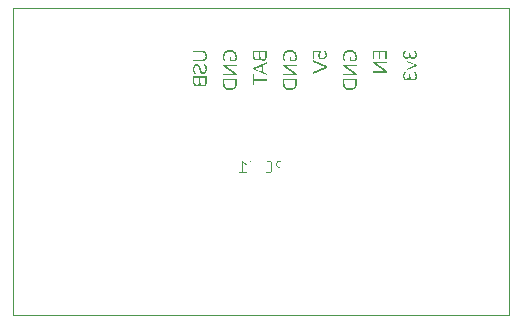
<source format=gbo>
G04 #@! TF.GenerationSoftware,KiCad,Pcbnew,9.0.1*
G04 #@! TF.CreationDate,2025-04-09T16:40:50+02:00*
G04 #@! TF.ProjectId,camera_base,63616d65-7261-45f6-9261-73652e6b6963,rev?*
G04 #@! TF.SameCoordinates,Original*
G04 #@! TF.FileFunction,Legend,Bot*
G04 #@! TF.FilePolarity,Positive*
%FSLAX46Y46*%
G04 Gerber Fmt 4.6, Leading zero omitted, Abs format (unit mm)*
G04 Created by KiCad (PCBNEW 9.0.1) date 2025-04-09 16:40:50*
%MOMM*%
%LPD*%
G01*
G04 APERTURE LIST*
G04 Aperture macros list*
%AMRoundRect*
0 Rectangle with rounded corners*
0 $1 Rounding radius*
0 $2 $3 $4 $5 $6 $7 $8 $9 X,Y pos of 4 corners*
0 Add a 4 corners polygon primitive as box body*
4,1,4,$2,$3,$4,$5,$6,$7,$8,$9,$2,$3,0*
0 Add four circle primitives for the rounded corners*
1,1,$1+$1,$2,$3*
1,1,$1+$1,$4,$5*
1,1,$1+$1,$6,$7*
1,1,$1+$1,$8,$9*
0 Add four rect primitives between the rounded corners*
20,1,$1+$1,$2,$3,$4,$5,0*
20,1,$1+$1,$4,$5,$6,$7,0*
20,1,$1+$1,$6,$7,$8,$9,0*
20,1,$1+$1,$8,$9,$2,$3,0*%
G04 Aperture macros list end*
%ADD10C,0.100000*%
%ADD11C,2.700000*%
%ADD12C,2.750000*%
%ADD13RoundRect,0.102000X-0.754000X-0.754000X0.754000X-0.754000X0.754000X0.754000X-0.754000X0.754000X0*%
%ADD14C,1.712000*%
%ADD15O,3.200000X1.900000*%
%ADD16C,1.600000*%
%ADD17C,1.700000*%
%ADD18C,2.200000*%
%ADD19C,1.800000*%
%ADD20R,1.700000X1.700000*%
G04 APERTURE END LIST*
D10*
X79413332Y-130207419D02*
X79413332Y-129207419D01*
X79413332Y-129207419D02*
X79032380Y-129207419D01*
X79032380Y-129207419D02*
X78937142Y-129255038D01*
X78937142Y-129255038D02*
X78889523Y-129302657D01*
X78889523Y-129302657D02*
X78841904Y-129397895D01*
X78841904Y-129397895D02*
X78841904Y-129540752D01*
X78841904Y-129540752D02*
X78889523Y-129635990D01*
X78889523Y-129635990D02*
X78937142Y-129683609D01*
X78937142Y-129683609D02*
X79032380Y-129731228D01*
X79032380Y-129731228D02*
X79413332Y-129731228D01*
X78222856Y-129207419D02*
X78032380Y-129207419D01*
X78032380Y-129207419D02*
X77937142Y-129255038D01*
X77937142Y-129255038D02*
X77841904Y-129350276D01*
X77841904Y-129350276D02*
X77794285Y-129540752D01*
X77794285Y-129540752D02*
X77794285Y-129874085D01*
X77794285Y-129874085D02*
X77841904Y-130064561D01*
X77841904Y-130064561D02*
X77937142Y-130159800D01*
X77937142Y-130159800D02*
X78032380Y-130207419D01*
X78032380Y-130207419D02*
X78222856Y-130207419D01*
X78222856Y-130207419D02*
X78318094Y-130159800D01*
X78318094Y-130159800D02*
X78413332Y-130064561D01*
X78413332Y-130064561D02*
X78460951Y-129874085D01*
X78460951Y-129874085D02*
X78460951Y-129540752D01*
X78460951Y-129540752D02*
X78413332Y-129350276D01*
X78413332Y-129350276D02*
X78318094Y-129255038D01*
X78318094Y-129255038D02*
X78222856Y-129207419D01*
X77460951Y-129207419D02*
X77222856Y-130207419D01*
X77222856Y-130207419D02*
X77032380Y-129493133D01*
X77032380Y-129493133D02*
X76841904Y-130207419D01*
X76841904Y-130207419D02*
X76603809Y-129207419D01*
X75699047Y-130207419D02*
X76270475Y-130207419D01*
X75984761Y-130207419D02*
X75984761Y-129207419D01*
X75984761Y-129207419D02*
X76079999Y-129350276D01*
X76079999Y-129350276D02*
X76175237Y-129445514D01*
X76175237Y-129445514D02*
X76270475Y-129493133D01*
G36*
X74919960Y-120798101D02*
G01*
X75451243Y-120798101D01*
X75481779Y-120724451D01*
X75508402Y-120621006D01*
X75524663Y-120510856D01*
X75530100Y-120398831D01*
X75521803Y-120286875D01*
X75498114Y-120189460D01*
X75460091Y-120104188D01*
X75421246Y-120045934D01*
X75375007Y-119995326D01*
X75320885Y-119951773D01*
X75258068Y-119915016D01*
X75167783Y-119879838D01*
X75063440Y-119857670D01*
X74942500Y-119849852D01*
X74822610Y-119857662D01*
X74719076Y-119879823D01*
X74629390Y-119915016D01*
X74566819Y-119951686D01*
X74512909Y-119994839D01*
X74466849Y-120044700D01*
X74428140Y-120101801D01*
X74390001Y-120185453D01*
X74366328Y-120280471D01*
X74358061Y-120389140D01*
X74362258Y-120469023D01*
X74374470Y-120542571D01*
X74394294Y-120610543D01*
X74422750Y-120675030D01*
X74458890Y-120732483D01*
X74502924Y-120783635D01*
X74604392Y-120732094D01*
X74541784Y-120646786D01*
X74502152Y-120568692D01*
X74478913Y-120485667D01*
X74470764Y-120389140D01*
X74476192Y-120310874D01*
X74491604Y-120243419D01*
X74516139Y-120185059D01*
X74549570Y-120134409D01*
X74592314Y-120090495D01*
X74655218Y-120047494D01*
X74732462Y-120015103D01*
X74827011Y-119994188D01*
X74942500Y-119986640D01*
X75060480Y-119994398D01*
X75156502Y-120015844D01*
X75234445Y-120048976D01*
X75297461Y-120092883D01*
X75339940Y-120137627D01*
X75373342Y-120189639D01*
X75397980Y-120249995D01*
X75413521Y-120320191D01*
X75419012Y-120402061D01*
X75413951Y-120496798D01*
X75398911Y-120588388D01*
X75373931Y-120677393D01*
X75024587Y-120677393D01*
X75024587Y-120392370D01*
X74919960Y-120392370D01*
X74919960Y-120798101D01*
G37*
G36*
X74370911Y-121987343D02*
G01*
X75517250Y-121987343D01*
X75517250Y-121884261D01*
X74594702Y-121191963D01*
X75517250Y-121191963D01*
X75517250Y-121068025D01*
X74370911Y-121068025D01*
X74370911Y-121169423D01*
X75293459Y-121861720D01*
X74370911Y-121861720D01*
X74370911Y-121987343D01*
G37*
G36*
X75517250Y-122653800D02*
G01*
X75510437Y-122765587D01*
X75491142Y-122861997D01*
X75460613Y-122945290D01*
X75419445Y-123017365D01*
X75367541Y-123079683D01*
X75305477Y-123131891D01*
X75233625Y-123173286D01*
X75150517Y-123203979D01*
X75054236Y-123223382D01*
X74942500Y-123230234D01*
X74831440Y-123223389D01*
X74735725Y-123204000D01*
X74653083Y-123173320D01*
X74581609Y-123131924D01*
X74519847Y-123079683D01*
X74468240Y-123017407D01*
X74427286Y-122945356D01*
X74396903Y-122862065D01*
X74377694Y-122765632D01*
X74370911Y-122653800D01*
X74370911Y-122645795D01*
X74483614Y-122645795D01*
X74490156Y-122745938D01*
X74508391Y-122828969D01*
X74536801Y-122897762D01*
X74574712Y-122954668D01*
X74622337Y-123001381D01*
X74680756Y-123038817D01*
X74751831Y-123067032D01*
X74838070Y-123085218D01*
X74942500Y-123091761D01*
X75037188Y-123086470D01*
X75117101Y-123071652D01*
X75184446Y-123048543D01*
X75241114Y-123017875D01*
X75288614Y-122979830D01*
X75328336Y-122933549D01*
X75360118Y-122878597D01*
X75383925Y-122813579D01*
X75399130Y-122736691D01*
X75404547Y-122645795D01*
X75404547Y-122401079D01*
X74483614Y-122401079D01*
X74483614Y-122645795D01*
X74370911Y-122645795D01*
X74370911Y-122269065D01*
X75517250Y-122269065D01*
X75517250Y-122653800D01*
G37*
G36*
X90167965Y-120390755D02*
G01*
X90192918Y-120454935D01*
X90226214Y-120505729D01*
X90267817Y-120545309D01*
X90317530Y-120574138D01*
X90376363Y-120592110D01*
X90446527Y-120598466D01*
X90519746Y-120591672D01*
X90582170Y-120572307D01*
X90635906Y-120540969D01*
X90682395Y-120496998D01*
X90718634Y-120444381D01*
X90745440Y-120382245D01*
X90762441Y-120308781D01*
X90768485Y-120221736D01*
X90764336Y-120148335D01*
X90751999Y-120077385D01*
X90731479Y-120008408D01*
X90702817Y-119942594D01*
X90667935Y-119885197D01*
X90626851Y-119835317D01*
X90525384Y-119886858D01*
X90585237Y-119970831D01*
X90625928Y-120053373D01*
X90649594Y-120135512D01*
X90657397Y-120218506D01*
X90650422Y-120298412D01*
X90631571Y-120358921D01*
X90602696Y-120404448D01*
X90562105Y-120438811D01*
X90509662Y-120460295D01*
X90441682Y-120468067D01*
X90376738Y-120460605D01*
X90326515Y-120439953D01*
X90287487Y-120406837D01*
X90257927Y-120359445D01*
X90238222Y-120293752D01*
X90230812Y-120204041D01*
X90230812Y-120072028D01*
X90119724Y-120072028D01*
X90119724Y-120178270D01*
X90112572Y-120261344D01*
X90093179Y-120324818D01*
X90063407Y-120373060D01*
X90021564Y-120409928D01*
X89968977Y-120432590D01*
X89902323Y-120440682D01*
X89842489Y-120433929D01*
X89795757Y-120415185D01*
X89759075Y-120385138D01*
X89732417Y-120345271D01*
X89715362Y-120294034D01*
X89709148Y-120228196D01*
X89716783Y-120149389D01*
X89740164Y-120069735D01*
X89780796Y-119987951D01*
X89841162Y-119902938D01*
X89739764Y-119853012D01*
X89699521Y-119901726D01*
X89664887Y-119958045D01*
X89635909Y-120022874D01*
X89614912Y-120090818D01*
X89602300Y-120160684D01*
X89598061Y-120232971D01*
X89603543Y-120310129D01*
X89619034Y-120375836D01*
X89643595Y-120431983D01*
X89676988Y-120480075D01*
X89719540Y-120520371D01*
X89768226Y-120548964D01*
X89824268Y-120566550D01*
X89889473Y-120572695D01*
X89953467Y-120567106D01*
X90010439Y-120550915D01*
X90061722Y-120524384D01*
X90106388Y-120488161D01*
X90141591Y-120443987D01*
X90167965Y-120390755D01*
G37*
G36*
X89949019Y-121552332D02*
G01*
X90757250Y-121202918D01*
X90757250Y-121078980D01*
X89949019Y-120734411D01*
X89949019Y-120871270D01*
X90615546Y-121144986D01*
X89949019Y-121421863D01*
X89949019Y-121552332D01*
G37*
G36*
X90167965Y-122209730D02*
G01*
X90192918Y-122273909D01*
X90226214Y-122324703D01*
X90267817Y-122364283D01*
X90317530Y-122393112D01*
X90376363Y-122411084D01*
X90446527Y-122417440D01*
X90519746Y-122410646D01*
X90582170Y-122391282D01*
X90635906Y-122359943D01*
X90682395Y-122315972D01*
X90718634Y-122263356D01*
X90745440Y-122201220D01*
X90762441Y-122127756D01*
X90768485Y-122040710D01*
X90764336Y-121967309D01*
X90751999Y-121896359D01*
X90731479Y-121827383D01*
X90702817Y-121761568D01*
X90667935Y-121704171D01*
X90626851Y-121654291D01*
X90525384Y-121705832D01*
X90585237Y-121789805D01*
X90625928Y-121872347D01*
X90649594Y-121954487D01*
X90657397Y-122037480D01*
X90650422Y-122117386D01*
X90631571Y-122177896D01*
X90602696Y-122223422D01*
X90562105Y-122257786D01*
X90509662Y-122279269D01*
X90441682Y-122287042D01*
X90376738Y-122279579D01*
X90326515Y-122258927D01*
X90287487Y-122225811D01*
X90257927Y-122178420D01*
X90238222Y-122112726D01*
X90230812Y-122023015D01*
X90230812Y-121891002D01*
X90119724Y-121891002D01*
X90119724Y-121997244D01*
X90112572Y-122080318D01*
X90093179Y-122143792D01*
X90063407Y-122192034D01*
X90021564Y-122228902D01*
X89968977Y-122251564D01*
X89902323Y-122259656D01*
X89842489Y-122252903D01*
X89795757Y-122234159D01*
X89759075Y-122204112D01*
X89732417Y-122164245D01*
X89715362Y-122113008D01*
X89709148Y-122047171D01*
X89716783Y-121968363D01*
X89740164Y-121888709D01*
X89780796Y-121806925D01*
X89841162Y-121721912D01*
X89739764Y-121671986D01*
X89699521Y-121720700D01*
X89664887Y-121777019D01*
X89635909Y-121841848D01*
X89614912Y-121909793D01*
X89602300Y-121979658D01*
X89598061Y-122051946D01*
X89603543Y-122129103D01*
X89619034Y-122194810D01*
X89643595Y-122250958D01*
X89676988Y-122299049D01*
X89719540Y-122339346D01*
X89768226Y-122367938D01*
X89824268Y-122385524D01*
X89889473Y-122391669D01*
X89953467Y-122386080D01*
X90010439Y-122369890D01*
X90061722Y-122343358D01*
X90106388Y-122307135D01*
X90141591Y-122262961D01*
X90167965Y-122209730D01*
G37*
G36*
X82417567Y-120281283D02*
G01*
X82422942Y-120351978D01*
X82438418Y-120414586D01*
X82463490Y-120470455D01*
X82498235Y-120520627D01*
X82540659Y-120561969D01*
X82591501Y-120595235D01*
X82647724Y-120618944D01*
X82710618Y-120633608D01*
X82781446Y-120638702D01*
X82852084Y-120633201D01*
X82915549Y-120617259D01*
X82973076Y-120591233D01*
X83024588Y-120555180D01*
X83067555Y-120510410D01*
X83102631Y-120455990D01*
X83127566Y-120395884D01*
X83143073Y-120327951D01*
X83148485Y-120250737D01*
X83144323Y-120181593D01*
X83131804Y-120113023D01*
X83110706Y-120044572D01*
X83081657Y-119979230D01*
X83047016Y-119922668D01*
X83006851Y-119873937D01*
X82905384Y-119923864D01*
X82965508Y-120007962D01*
X83006166Y-120089733D01*
X83029682Y-120170235D01*
X83037397Y-120250737D01*
X83032657Y-120310663D01*
X83019295Y-120361091D01*
X82998069Y-120403722D01*
X82969003Y-120439839D01*
X82932856Y-120469073D01*
X82890668Y-120490309D01*
X82841260Y-120503607D01*
X82783061Y-120508303D01*
X82709572Y-120500282D01*
X82649081Y-120477580D01*
X82598734Y-120440682D01*
X82560402Y-120391647D01*
X82536937Y-120332520D01*
X82528654Y-120260357D01*
X82534170Y-120196369D01*
X82550159Y-120139248D01*
X82576366Y-120087700D01*
X82613318Y-120040776D01*
X82662283Y-119997946D01*
X82662283Y-119906168D01*
X81990911Y-119906168D01*
X81990911Y-120593620D01*
X82100384Y-120593620D01*
X82100384Y-120038182D01*
X82509344Y-120038182D01*
X82469629Y-120088317D01*
X82441193Y-120144671D01*
X82423667Y-120208450D01*
X82417567Y-120281283D01*
G37*
G36*
X81990911Y-121835669D02*
G01*
X83137250Y-121334931D01*
X83137250Y-121218998D01*
X81990911Y-120718331D01*
X81990911Y-120858419D01*
X82969775Y-121278615D01*
X81990911Y-121698810D01*
X81990911Y-121835669D01*
G37*
G36*
X85079960Y-120798101D02*
G01*
X85611243Y-120798101D01*
X85641779Y-120724451D01*
X85668402Y-120621006D01*
X85684663Y-120510856D01*
X85690100Y-120398831D01*
X85681803Y-120286875D01*
X85658114Y-120189460D01*
X85620091Y-120104188D01*
X85581246Y-120045934D01*
X85535007Y-119995326D01*
X85480885Y-119951773D01*
X85418068Y-119915016D01*
X85327783Y-119879838D01*
X85223440Y-119857670D01*
X85102500Y-119849852D01*
X84982610Y-119857662D01*
X84879076Y-119879823D01*
X84789390Y-119915016D01*
X84726819Y-119951686D01*
X84672909Y-119994839D01*
X84626849Y-120044700D01*
X84588140Y-120101801D01*
X84550001Y-120185453D01*
X84526328Y-120280471D01*
X84518061Y-120389140D01*
X84522258Y-120469023D01*
X84534470Y-120542571D01*
X84554294Y-120610543D01*
X84582750Y-120675030D01*
X84618890Y-120732483D01*
X84662924Y-120783635D01*
X84764392Y-120732094D01*
X84701784Y-120646786D01*
X84662152Y-120568692D01*
X84638913Y-120485667D01*
X84630764Y-120389140D01*
X84636192Y-120310874D01*
X84651604Y-120243419D01*
X84676139Y-120185059D01*
X84709570Y-120134409D01*
X84752314Y-120090495D01*
X84815218Y-120047494D01*
X84892462Y-120015103D01*
X84987011Y-119994188D01*
X85102500Y-119986640D01*
X85220480Y-119994398D01*
X85316502Y-120015844D01*
X85394445Y-120048976D01*
X85457461Y-120092883D01*
X85499940Y-120137627D01*
X85533342Y-120189639D01*
X85557980Y-120249995D01*
X85573521Y-120320191D01*
X85579012Y-120402061D01*
X85573951Y-120496798D01*
X85558911Y-120588388D01*
X85533931Y-120677393D01*
X85184587Y-120677393D01*
X85184587Y-120392370D01*
X85079960Y-120392370D01*
X85079960Y-120798101D01*
G37*
G36*
X84530911Y-121987343D02*
G01*
X85677250Y-121987343D01*
X85677250Y-121884261D01*
X84754702Y-121191963D01*
X85677250Y-121191963D01*
X85677250Y-121068025D01*
X84530911Y-121068025D01*
X84530911Y-121169423D01*
X85453459Y-121861720D01*
X84530911Y-121861720D01*
X84530911Y-121987343D01*
G37*
G36*
X85677250Y-122653800D02*
G01*
X85670437Y-122765587D01*
X85651142Y-122861997D01*
X85620613Y-122945290D01*
X85579445Y-123017365D01*
X85527541Y-123079683D01*
X85465477Y-123131891D01*
X85393625Y-123173286D01*
X85310517Y-123203979D01*
X85214236Y-123223382D01*
X85102500Y-123230234D01*
X84991440Y-123223389D01*
X84895725Y-123204000D01*
X84813083Y-123173320D01*
X84741609Y-123131924D01*
X84679847Y-123079683D01*
X84628240Y-123017407D01*
X84587286Y-122945356D01*
X84556903Y-122862065D01*
X84537694Y-122765632D01*
X84530911Y-122653800D01*
X84530911Y-122645795D01*
X84643614Y-122645795D01*
X84650156Y-122745938D01*
X84668391Y-122828969D01*
X84696801Y-122897762D01*
X84734712Y-122954668D01*
X84782337Y-123001381D01*
X84840756Y-123038817D01*
X84911831Y-123067032D01*
X84998070Y-123085218D01*
X85102500Y-123091761D01*
X85197188Y-123086470D01*
X85277101Y-123071652D01*
X85344446Y-123048543D01*
X85401114Y-123017875D01*
X85448614Y-122979830D01*
X85488336Y-122933549D01*
X85520118Y-122878597D01*
X85543925Y-122813579D01*
X85559130Y-122736691D01*
X85564547Y-122645795D01*
X85564547Y-122401079D01*
X84643614Y-122401079D01*
X84643614Y-122645795D01*
X84530911Y-122645795D01*
X84530911Y-122269065D01*
X85677250Y-122269065D01*
X85677250Y-122653800D01*
G37*
G36*
X78057250Y-120368215D02*
G01*
X78051374Y-120460095D01*
X78035037Y-120535956D01*
X78009665Y-120598497D01*
X77975935Y-120649937D01*
X77931841Y-120692982D01*
X77879822Y-120723819D01*
X77818289Y-120743009D01*
X77744912Y-120749789D01*
X77675931Y-120743311D01*
X77617325Y-120724864D01*
X77567045Y-120695018D01*
X77524807Y-120654490D01*
X77491835Y-120604125D01*
X77467965Y-120542149D01*
X77442063Y-120595840D01*
X77409160Y-120639668D01*
X77369025Y-120674935D01*
X77322453Y-120701022D01*
X77270053Y-120716953D01*
X77210398Y-120722474D01*
X77140282Y-120715885D01*
X77081371Y-120697209D01*
X77031441Y-120667126D01*
X76988995Y-120625009D01*
X76956576Y-120574859D01*
X76932209Y-120514130D01*
X76916539Y-120440732D01*
X76910911Y-120352134D01*
X76910911Y-120331209D01*
X77020384Y-120331209D01*
X77027472Y-120420871D01*
X77046236Y-120486096D01*
X77074167Y-120532717D01*
X77110671Y-120564947D01*
X77157176Y-120584854D01*
X77216859Y-120592005D01*
X77280184Y-120584089D01*
X77329501Y-120561987D01*
X77368182Y-120525999D01*
X77395153Y-120479119D01*
X77413043Y-120415801D01*
X77417689Y-120356980D01*
X77530812Y-120356980D01*
X77538201Y-120446030D01*
X77557861Y-120511286D01*
X77587378Y-120558409D01*
X77626389Y-120591373D01*
X77676644Y-120611950D01*
X77741682Y-120619391D01*
X77808458Y-120611563D01*
X77858928Y-120590065D01*
X77897078Y-120555772D01*
X77923269Y-120510385D01*
X77941024Y-120446146D01*
X77947777Y-120356980D01*
X77947777Y-120022101D01*
X77530812Y-120022101D01*
X77530812Y-120356980D01*
X77417689Y-120356980D01*
X77419724Y-120331209D01*
X77419724Y-120022101D01*
X77020384Y-120022101D01*
X77020384Y-120331209D01*
X76910911Y-120331209D01*
X76910911Y-119891703D01*
X78057250Y-119891703D01*
X78057250Y-120368215D01*
G37*
G36*
X78057250Y-121000053D02*
G01*
X77762607Y-121127221D01*
X77762607Y-121726126D01*
X78057250Y-121851679D01*
X78057250Y-121986922D01*
X76910911Y-121483025D01*
X76910911Y-121426708D01*
X77063850Y-121426708D01*
X77653134Y-121679429D01*
X77653134Y-121173917D01*
X77063850Y-121426708D01*
X76910911Y-121426708D01*
X76910911Y-121367092D01*
X78057250Y-120863194D01*
X78057250Y-121000053D01*
G37*
G36*
X77023614Y-122299892D02*
G01*
X77023614Y-121900622D01*
X76910911Y-121900622D01*
X76910911Y-122832790D01*
X77023614Y-122832790D01*
X77023614Y-122433520D01*
X78057250Y-122433520D01*
X78057250Y-122299892D01*
X77023614Y-122299892D01*
G37*
G36*
X72990100Y-120339284D02*
G01*
X72984658Y-120247081D01*
X72969368Y-120168862D01*
X72945404Y-120102519D01*
X72913396Y-120046267D01*
X72873394Y-119998718D01*
X72825391Y-119959399D01*
X72768476Y-119927842D01*
X72701216Y-119904158D01*
X72621788Y-119889020D01*
X72528053Y-119883628D01*
X71830911Y-119883628D01*
X71830911Y-120014026D01*
X72539359Y-120014026D01*
X72623610Y-120019985D01*
X72691980Y-120036469D01*
X72747372Y-120062020D01*
X72792080Y-120096113D01*
X72827796Y-120139590D01*
X72854301Y-120193080D01*
X72871281Y-120258718D01*
X72877397Y-120339284D01*
X72871290Y-120418983D01*
X72854328Y-120483925D01*
X72827830Y-120536871D01*
X72792080Y-120579928D01*
X72747424Y-120613669D01*
X72692054Y-120638985D01*
X72623667Y-120655330D01*
X72539359Y-120661242D01*
X71830911Y-120661242D01*
X71830911Y-120793255D01*
X72528053Y-120793255D01*
X72620949Y-120787855D01*
X72699948Y-120772668D01*
X72767119Y-120748852D01*
X72824218Y-120717045D01*
X72872622Y-120677322D01*
X72913058Y-120629406D01*
X72945305Y-120573133D01*
X72969365Y-120507198D01*
X72984668Y-120429915D01*
X72990100Y-120339284D01*
G37*
G36*
X72990100Y-121431834D02*
G01*
X72983629Y-121323075D01*
X72965161Y-121227575D01*
X72935721Y-121143488D01*
X72895780Y-121069250D01*
X72845236Y-121003634D01*
X72743769Y-121053490D01*
X72788638Y-121112519D01*
X72822632Y-121170342D01*
X72846851Y-121227354D01*
X72863308Y-121287189D01*
X72873728Y-121355490D01*
X72877397Y-121433449D01*
X72870473Y-121524517D01*
X72851790Y-121594080D01*
X72823468Y-121646777D01*
X72793672Y-121679584D01*
X72759112Y-121702605D01*
X72718855Y-121716699D01*
X72671372Y-121721632D01*
X72634209Y-121717383D01*
X72603288Y-121705274D01*
X72577207Y-121685398D01*
X72545515Y-121644762D01*
X72520048Y-121590461D01*
X72499962Y-121526465D01*
X72476512Y-121433449D01*
X72444797Y-121307698D01*
X72413806Y-121216119D01*
X72387377Y-121161870D01*
X72354925Y-121116040D01*
X72316341Y-121077646D01*
X72271220Y-121048931D01*
X72216507Y-121030962D01*
X72149709Y-121024559D01*
X72085831Y-121030467D01*
X72028584Y-121047658D01*
X71976617Y-121076031D01*
X71931153Y-121114336D01*
X71892315Y-121162438D01*
X71859912Y-121221737D01*
X71837250Y-121285853D01*
X71823039Y-121358641D01*
X71818061Y-121441525D01*
X71822304Y-121520299D01*
X71834749Y-121594147D01*
X71855137Y-121663700D01*
X71884085Y-121729803D01*
X71919997Y-121787451D01*
X71962924Y-121837564D01*
X72064392Y-121786093D01*
X72003296Y-121703128D01*
X71962994Y-121622622D01*
X71939020Y-121537025D01*
X71930764Y-121441525D01*
X71937948Y-121354055D01*
X71957595Y-121285610D01*
X71987922Y-121232199D01*
X72019286Y-121199013D01*
X72055202Y-121175738D01*
X72096577Y-121161527D01*
X72144864Y-121156573D01*
X72199268Y-121164302D01*
X72241752Y-121186135D01*
X72275262Y-121222579D01*
X72300325Y-121268548D01*
X72325749Y-121334415D01*
X72350959Y-121425444D01*
X72387083Y-121565146D01*
X72416193Y-121658012D01*
X72439859Y-121712018D01*
X72469878Y-121758689D01*
X72506355Y-121798873D01*
X72549622Y-121829508D01*
X72602159Y-121848509D01*
X72666527Y-121855260D01*
X72729296Y-121849347D01*
X72785462Y-121832141D01*
X72836389Y-121803719D01*
X72880635Y-121765448D01*
X72918421Y-121716894D01*
X72949864Y-121656468D01*
X72971588Y-121591417D01*
X72985283Y-121517036D01*
X72990100Y-121431834D01*
G37*
G36*
X72977250Y-122546714D02*
G01*
X72971374Y-122638594D01*
X72955037Y-122714456D01*
X72929665Y-122776996D01*
X72895935Y-122828436D01*
X72851841Y-122871481D01*
X72799822Y-122902319D01*
X72738289Y-122921509D01*
X72664912Y-122928289D01*
X72595931Y-122921811D01*
X72537325Y-122903364D01*
X72487045Y-122873517D01*
X72444807Y-122832990D01*
X72411835Y-122782625D01*
X72387965Y-122720649D01*
X72362063Y-122774339D01*
X72329160Y-122818167D01*
X72289025Y-122853435D01*
X72242453Y-122879521D01*
X72190053Y-122895453D01*
X72130398Y-122900973D01*
X72060282Y-122894385D01*
X72001371Y-122875709D01*
X71951441Y-122845625D01*
X71908995Y-122803508D01*
X71876576Y-122753359D01*
X71852209Y-122692629D01*
X71836539Y-122619231D01*
X71830911Y-122530634D01*
X71830911Y-122509709D01*
X71940384Y-122509709D01*
X71947472Y-122599371D01*
X71966236Y-122664596D01*
X71994167Y-122711217D01*
X72030671Y-122743446D01*
X72077176Y-122763353D01*
X72136859Y-122770505D01*
X72200184Y-122762589D01*
X72249501Y-122740486D01*
X72288182Y-122704498D01*
X72315153Y-122657619D01*
X72333043Y-122594301D01*
X72337689Y-122535479D01*
X72450812Y-122535479D01*
X72458201Y-122624530D01*
X72477861Y-122689786D01*
X72507378Y-122736908D01*
X72546389Y-122769873D01*
X72596644Y-122790450D01*
X72661682Y-122797891D01*
X72728458Y-122790062D01*
X72778928Y-122768564D01*
X72817078Y-122734272D01*
X72843269Y-122688884D01*
X72861024Y-122624646D01*
X72867777Y-122535479D01*
X72867777Y-122200601D01*
X72450812Y-122200601D01*
X72450812Y-122535479D01*
X72337689Y-122535479D01*
X72339724Y-122509709D01*
X72339724Y-122200601D01*
X71940384Y-122200601D01*
X71940384Y-122509709D01*
X71830911Y-122509709D01*
X71830911Y-122070203D01*
X72977250Y-122070203D01*
X72977250Y-122546714D01*
G37*
G36*
X79999960Y-120798101D02*
G01*
X80531243Y-120798101D01*
X80561779Y-120724451D01*
X80588402Y-120621006D01*
X80604663Y-120510856D01*
X80610100Y-120398831D01*
X80601803Y-120286875D01*
X80578114Y-120189460D01*
X80540091Y-120104188D01*
X80501246Y-120045934D01*
X80455007Y-119995326D01*
X80400885Y-119951773D01*
X80338068Y-119915016D01*
X80247783Y-119879838D01*
X80143440Y-119857670D01*
X80022500Y-119849852D01*
X79902610Y-119857662D01*
X79799076Y-119879823D01*
X79709390Y-119915016D01*
X79646819Y-119951686D01*
X79592909Y-119994839D01*
X79546849Y-120044700D01*
X79508140Y-120101801D01*
X79470001Y-120185453D01*
X79446328Y-120280471D01*
X79438061Y-120389140D01*
X79442258Y-120469023D01*
X79454470Y-120542571D01*
X79474294Y-120610543D01*
X79502750Y-120675030D01*
X79538890Y-120732483D01*
X79582924Y-120783635D01*
X79684392Y-120732094D01*
X79621784Y-120646786D01*
X79582152Y-120568692D01*
X79558913Y-120485667D01*
X79550764Y-120389140D01*
X79556192Y-120310874D01*
X79571604Y-120243419D01*
X79596139Y-120185059D01*
X79629570Y-120134409D01*
X79672314Y-120090495D01*
X79735218Y-120047494D01*
X79812462Y-120015103D01*
X79907011Y-119994188D01*
X80022500Y-119986640D01*
X80140480Y-119994398D01*
X80236502Y-120015844D01*
X80314445Y-120048976D01*
X80377461Y-120092883D01*
X80419940Y-120137627D01*
X80453342Y-120189639D01*
X80477980Y-120249995D01*
X80493521Y-120320191D01*
X80499012Y-120402061D01*
X80493951Y-120496798D01*
X80478911Y-120588388D01*
X80453931Y-120677393D01*
X80104587Y-120677393D01*
X80104587Y-120392370D01*
X79999960Y-120392370D01*
X79999960Y-120798101D01*
G37*
G36*
X79450911Y-121987343D02*
G01*
X80597250Y-121987343D01*
X80597250Y-121884261D01*
X79674702Y-121191963D01*
X80597250Y-121191963D01*
X80597250Y-121068025D01*
X79450911Y-121068025D01*
X79450911Y-121169423D01*
X80373459Y-121861720D01*
X79450911Y-121861720D01*
X79450911Y-121987343D01*
G37*
G36*
X80597250Y-122653800D02*
G01*
X80590437Y-122765587D01*
X80571142Y-122861997D01*
X80540613Y-122945290D01*
X80499445Y-123017365D01*
X80447541Y-123079683D01*
X80385477Y-123131891D01*
X80313625Y-123173286D01*
X80230517Y-123203979D01*
X80134236Y-123223382D01*
X80022500Y-123230234D01*
X79911440Y-123223389D01*
X79815725Y-123204000D01*
X79733083Y-123173320D01*
X79661609Y-123131924D01*
X79599847Y-123079683D01*
X79548240Y-123017407D01*
X79507286Y-122945356D01*
X79476903Y-122862065D01*
X79457694Y-122765632D01*
X79450911Y-122653800D01*
X79450911Y-122645795D01*
X79563614Y-122645795D01*
X79570156Y-122745938D01*
X79588391Y-122828969D01*
X79616801Y-122897762D01*
X79654712Y-122954668D01*
X79702337Y-123001381D01*
X79760756Y-123038817D01*
X79831831Y-123067032D01*
X79918070Y-123085218D01*
X80022500Y-123091761D01*
X80117188Y-123086470D01*
X80197101Y-123071652D01*
X80264446Y-123048543D01*
X80321114Y-123017875D01*
X80368614Y-122979830D01*
X80408336Y-122933549D01*
X80440118Y-122878597D01*
X80463925Y-122813579D01*
X80479130Y-122736691D01*
X80484547Y-122645795D01*
X80484547Y-122401079D01*
X79563614Y-122401079D01*
X79563614Y-122645795D01*
X79450911Y-122645795D01*
X79450911Y-122269065D01*
X80597250Y-122269065D01*
X80597250Y-122653800D01*
G37*
G36*
X87070911Y-119891703D02*
G01*
X87070911Y-120616161D01*
X87180384Y-120616161D01*
X87180384Y-120022101D01*
X87579724Y-120022101D01*
X87579724Y-120584000D01*
X87690812Y-120584000D01*
X87690812Y-120022101D01*
X88107777Y-120022101D01*
X88107777Y-120616161D01*
X88217250Y-120616161D01*
X88217250Y-119891703D01*
X87070911Y-119891703D01*
G37*
G36*
X87070911Y-121757022D02*
G01*
X88217250Y-121757022D01*
X88217250Y-121653940D01*
X87294702Y-120961642D01*
X88217250Y-120961642D01*
X88217250Y-120837704D01*
X87070911Y-120837704D01*
X87070911Y-120939102D01*
X87993459Y-121631399D01*
X87070911Y-121631399D01*
X87070911Y-121757022D01*
G37*
X56580000Y-142250000D02*
X98580000Y-142250000D01*
X98580000Y-116250000D01*
X56580000Y-116250000D01*
X56580000Y-142250000D01*
%LPC*%
D11*
X132100000Y-146100000D03*
X132100000Y-169100000D03*
X132100000Y-97000000D03*
X59900000Y-96900000D03*
D12*
X59900000Y-146100000D03*
X59900000Y-169100000D03*
X117900000Y-146100000D03*
X117900000Y-169100000D03*
D13*
X64770000Y-147370000D03*
D14*
X64770000Y-144830000D03*
X67310000Y-147370000D03*
X67310000Y-144830000D03*
X69850000Y-147370000D03*
X69850000Y-144830000D03*
X72390000Y-147370000D03*
X72390000Y-144830000D03*
X74930000Y-147370000D03*
X74930000Y-144830000D03*
X77470000Y-147370000D03*
X77470000Y-144830000D03*
X80010000Y-147370000D03*
X80010000Y-144830000D03*
X82550000Y-147370000D03*
X82550000Y-144830000D03*
X85090000Y-147370000D03*
X85090000Y-144830000D03*
X87630000Y-147370000D03*
X87630000Y-144830000D03*
X90170000Y-147370000D03*
X90170000Y-144830000D03*
X92710000Y-147370000D03*
X92710000Y-144830000D03*
X95250000Y-147370000D03*
X95250000Y-144830000D03*
X97790000Y-147370000D03*
X97790000Y-144830000D03*
X100330000Y-147370000D03*
X100330000Y-144830000D03*
X102870000Y-147370000D03*
X102870000Y-144830000D03*
X105410000Y-147370000D03*
X105410000Y-144830000D03*
X107950000Y-147370000D03*
X107950000Y-144830000D03*
X110490000Y-147370000D03*
X110490000Y-144830000D03*
X113030000Y-147370000D03*
X113030000Y-144830000D03*
D15*
X119000000Y-106500000D03*
X119000000Y-111500000D03*
X131500000Y-106500000D03*
X131500000Y-111500000D03*
D16*
X95200000Y-129700000D03*
X92660000Y-129700000D03*
X90120000Y-129700000D03*
X87580000Y-129700000D03*
X85040000Y-129700000D03*
X82500000Y-129700000D03*
X79960000Y-129700000D03*
X77420000Y-129700000D03*
X74880000Y-129700000D03*
X72340000Y-129700000D03*
X69800000Y-129700000D03*
D17*
X62500000Y-105920000D03*
X62500000Y-108460000D03*
X62500000Y-111000000D03*
D18*
X102200000Y-120800000D03*
D19*
X102200000Y-124500000D03*
D18*
X102200000Y-127300000D03*
X112500000Y-127300000D03*
D19*
X112500000Y-124500000D03*
D18*
X112500000Y-120800000D03*
D20*
X76150000Y-167400000D03*
D17*
X76150000Y-169940000D03*
D20*
X85350000Y-167400000D03*
D17*
X85350000Y-169940000D03*
D20*
X80750000Y-167400000D03*
D17*
X80750000Y-169940000D03*
D20*
X89950000Y-167400000D03*
D17*
X89950000Y-169940000D03*
D20*
X66950000Y-167400000D03*
D17*
X66950000Y-169940000D03*
D20*
X71550000Y-167400000D03*
D17*
X71550000Y-169940000D03*
D15*
X101000000Y-106500000D03*
X101000000Y-111500000D03*
X113500000Y-106500000D03*
X113500000Y-111500000D03*
D16*
X90280000Y-118250000D03*
X87740000Y-118250000D03*
X85200000Y-118250000D03*
X82660000Y-118250000D03*
X80120000Y-118250000D03*
X77580000Y-118250000D03*
X75040000Y-118250000D03*
X72500000Y-118250000D03*
%LPD*%
M02*

</source>
